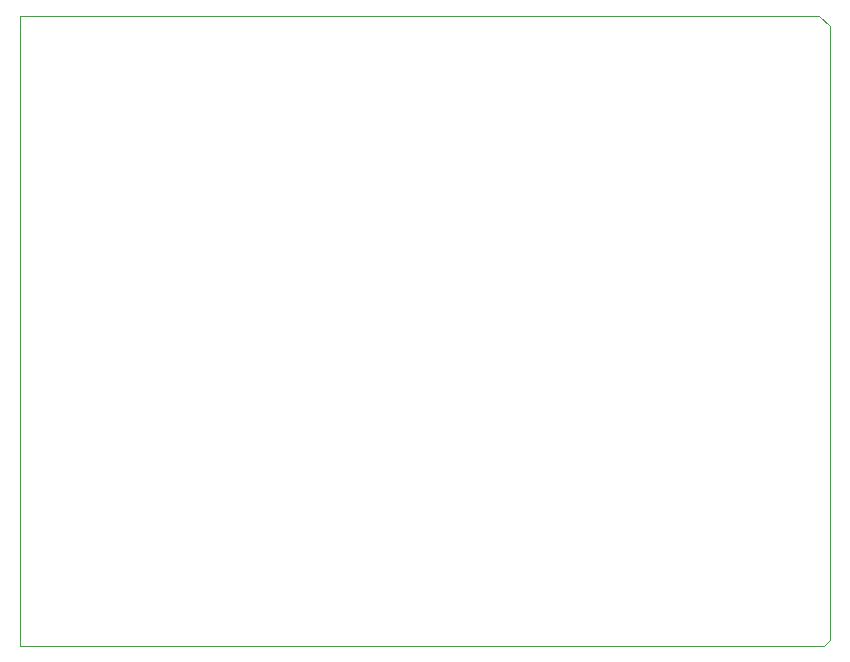
<source format=gbo>
G04 Layer_Color=32896*
%FSLAX44Y44*%
%MOMM*%
G71*
G01*
G75*
%ADD21C,0.0127*%
%ADD22C,0.0254*%
D21*
X1400810Y485204D02*
Y812863D01*
X715073Y434403D02*
X1375774D01*
X715073Y968188D02*
X1375774D01*
X715073Y434403D02*
Y968188D01*
D22*
X1375774D02*
X1391472D01*
X1400810Y808990D02*
Y958613D01*
X1400573D02*
Y959087D01*
X1391472Y968188D02*
X1400573Y959087D01*
X1375774Y434403D02*
X1395793D01*
X1400573Y439183D01*
Y485204D01*
M02*

</source>
